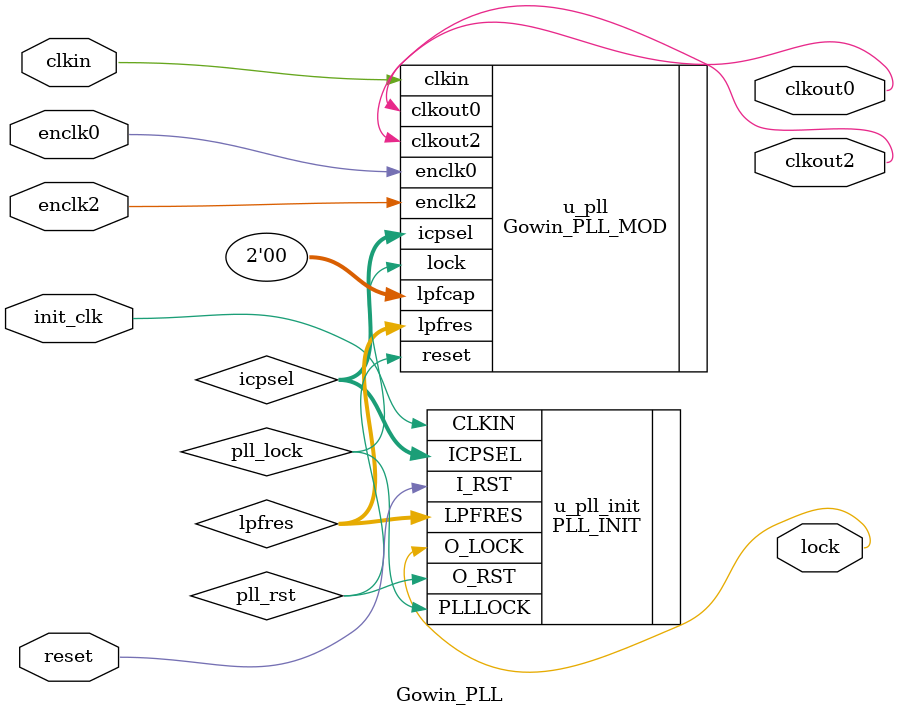
<source format=v>
module Gowin_PLL(
    clkin,
    clkout0,
    clkout2,
    enclk0,
    enclk2,
    init_clk,
    lock,
    reset
);


input clkin;
input init_clk;
input enclk0;
input enclk2;
output clkout0;
output clkout2;
output lock;
input reset;
wire [5:0] icpsel;
wire [2:0] lpfres;
wire pll_lock;
wire pll_rst;


    Gowin_PLL_MOD u_pll(
        .clkout2(clkout2),
        .enclk0(enclk0),
        .enclk2(enclk2),
        .clkout0(clkout0),
        .lock(pll_lock),
        .clkin(clkin),
        .reset(pll_rst),
        .icpsel(icpsel),
        .lpfres(lpfres),
        .lpfcap(2'b00)
    );


    PLL_INIT u_pll_init(
        .CLKIN(init_clk),
        .I_RST(reset),
        .O_RST(pll_rst),
        .PLLLOCK(pll_lock),
        .O_LOCK(lock),
        .ICPSEL(icpsel),
        .LPFRES(lpfres)
    );
    defparam u_pll_init.CLK_PERIOD = 20;
    defparam u_pll_init.MULTI_FAC = 16;


endmodule

</source>
